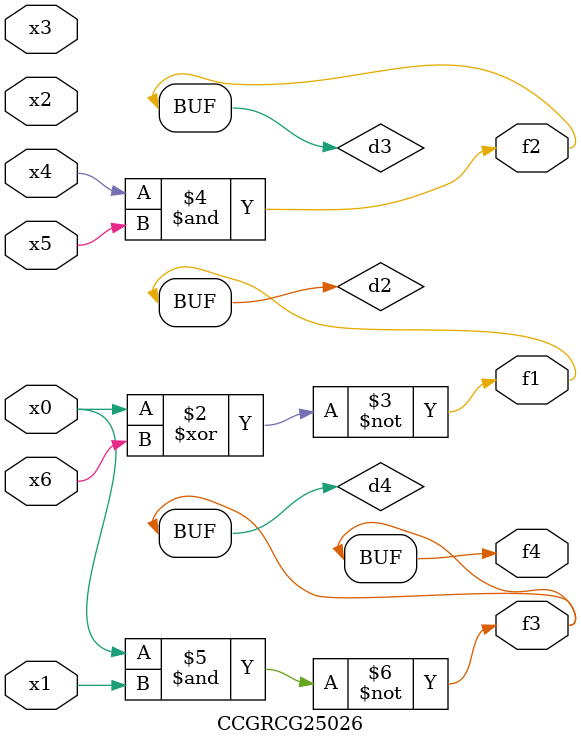
<source format=v>
module CCGRCG25026(
	input x0, x1, x2, x3, x4, x5, x6,
	output f1, f2, f3, f4
);

	wire d1, d2, d3, d4;

	nor (d1, x0);
	xnor (d2, x0, x6);
	and (d3, x4, x5);
	nand (d4, x0, x1);
	assign f1 = d2;
	assign f2 = d3;
	assign f3 = d4;
	assign f4 = d4;
endmodule

</source>
